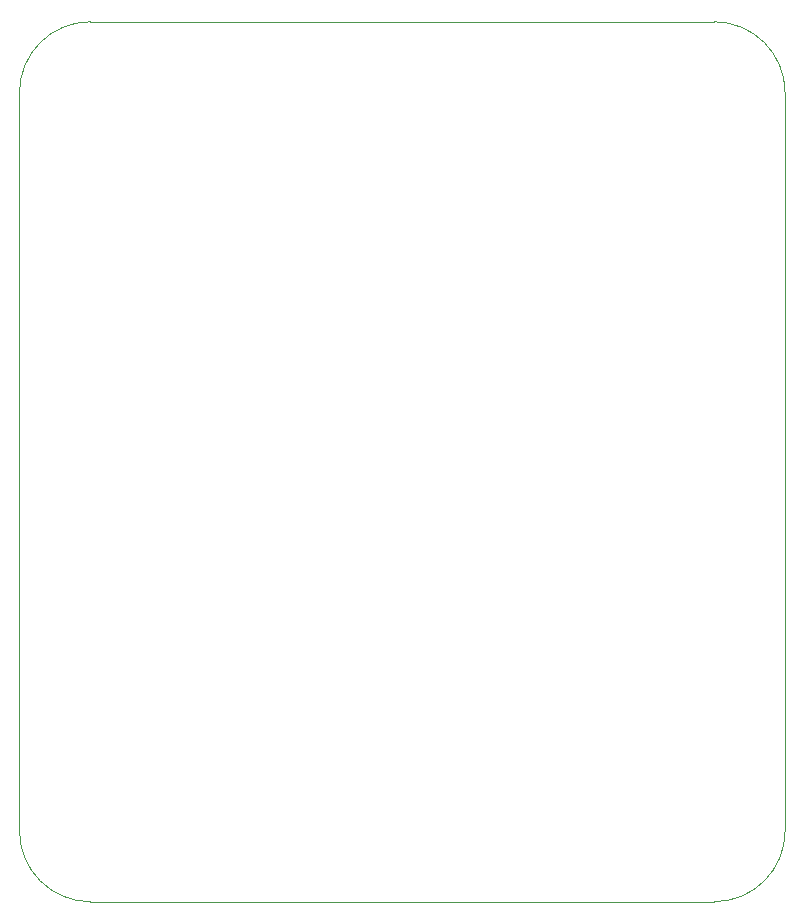
<source format=gbr>
%TF.GenerationSoftware,KiCad,Pcbnew,9.0.1*%
%TF.CreationDate,2026-01-14T23:07:50-05:00*%
%TF.ProjectId,pcb,7063622e-6b69-4636-9164-5f7063625858,1.0*%
%TF.SameCoordinates,Original*%
%TF.FileFunction,Profile,NP*%
%FSLAX46Y46*%
G04 Gerber Fmt 4.6, Leading zero omitted, Abs format (unit mm)*
G04 Created by KiCad (PCBNEW 9.0.1) date 2026-01-14 23:07:50*
%MOMM*%
%LPD*%
G01*
G04 APERTURE LIST*
%TA.AperFunction,Profile*%
%ADD10C,0.050000*%
%TD*%
G04 APERTURE END LIST*
D10*
X43425000Y-117500000D02*
X43425000Y-55000000D01*
X49425000Y-123500000D02*
X102250000Y-123500000D01*
X102250000Y-49000000D02*
G75*
G02*
X108250000Y-55000000I0J-6000000D01*
G01*
X102250000Y-49000000D02*
X49425000Y-49000000D01*
X49425000Y-123500000D02*
G75*
G02*
X43425000Y-117500000I0J6000000D01*
G01*
X108250000Y-117500000D02*
G75*
G02*
X102250000Y-123500000I-6000000J0D01*
G01*
X43425000Y-55000000D02*
G75*
G02*
X49425000Y-49000000I6000000J0D01*
G01*
X108250000Y-55000000D02*
X108250000Y-117500000D01*
M02*

</source>
